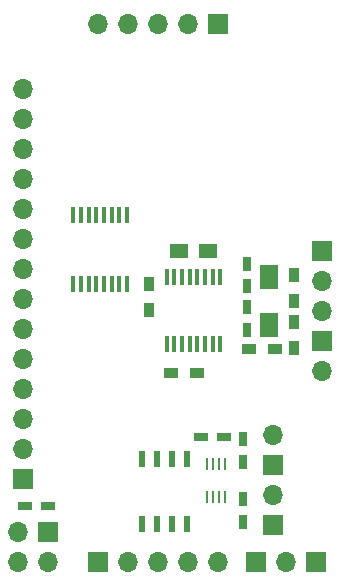
<source format=gts>
%TF.GenerationSoftware,KiCad,Pcbnew,(5.1.6-0-10_14)*%
%TF.CreationDate,2021-01-07T19:03:10+09:00*%
%TF.ProjectId,qPCR-photosensing,71504352-2d70-4686-9f74-6f73656e7369,rev?*%
%TF.SameCoordinates,Original*%
%TF.FileFunction,Soldermask,Top*%
%TF.FilePolarity,Negative*%
%FSLAX46Y46*%
G04 Gerber Fmt 4.6, Leading zero omitted, Abs format (unit mm)*
G04 Created by KiCad (PCBNEW (5.1.6-0-10_14)) date 2021-01-07 19:03:10*
%MOMM*%
%LPD*%
G01*
G04 APERTURE LIST*
%ADD10R,1.500000X1.250000*%
%ADD11R,0.750000X1.200000*%
%ADD12R,1.200000X0.750000*%
%ADD13O,1.700000X1.700000*%
%ADD14R,1.700000X1.700000*%
%ADD15R,0.900000X1.200000*%
%ADD16R,1.200000X0.900000*%
%ADD17R,0.355600X1.473200*%
%ADD18R,0.533400X1.460500*%
%ADD19R,0.270000X1.120000*%
%ADD20R,1.600000X2.000000*%
G04 APERTURE END LIST*
D10*
%TO.C,C1*%
X102450000Y-83700000D03*
X99950000Y-83700000D03*
%TD*%
D11*
%TO.C,C2*%
X105700000Y-84750000D03*
X105700000Y-86650000D03*
%TD*%
%TO.C,C3*%
X105700000Y-88450000D03*
X105700000Y-90350000D03*
%TD*%
%TO.C,C4*%
X105380000Y-99600000D03*
X105380000Y-101500000D03*
%TD*%
D12*
%TO.C,C5*%
X86950000Y-105300000D03*
X88850000Y-105300000D03*
%TD*%
D11*
%TO.C,C6*%
X105380000Y-106580000D03*
X105380000Y-104680000D03*
%TD*%
D12*
%TO.C,C7*%
X103780000Y-99390000D03*
X101880000Y-99390000D03*
%TD*%
D13*
%TO.C,J3*%
X103298000Y-110000000D03*
X100758000Y-110000000D03*
X98218000Y-110000000D03*
X95678000Y-110000000D03*
D14*
X93138000Y-110000000D03*
%TD*%
%TO.C,J4*%
X103298000Y-64440000D03*
D13*
X100758000Y-64440000D03*
X98218000Y-64440000D03*
X95678000Y-64440000D03*
X93138000Y-64440000D03*
%TD*%
D15*
%TO.C,R1*%
X97400000Y-88700000D03*
X97400000Y-86500000D03*
%TD*%
D16*
%TO.C,R2*%
X99300000Y-94000000D03*
X101500000Y-94000000D03*
%TD*%
D15*
%TO.C,R3*%
X109700000Y-85700000D03*
X109700000Y-87900000D03*
%TD*%
%TO.C,R4*%
X109700000Y-89700000D03*
X109700000Y-91900000D03*
%TD*%
D16*
%TO.C,R5*%
X108100000Y-92000000D03*
X105900000Y-92000000D03*
%TD*%
D17*
%TO.C,U1*%
X103474999Y-91519400D03*
X102824998Y-91519400D03*
X102174999Y-91519400D03*
X101524998Y-91519400D03*
X100874999Y-91519400D03*
X100225001Y-91519400D03*
X99574999Y-91519400D03*
X98925001Y-91519400D03*
X98925001Y-85880600D03*
X99575002Y-85880600D03*
X100225001Y-85880600D03*
X100875002Y-85880600D03*
X101525001Y-85880600D03*
X102174999Y-85880600D03*
X102825001Y-85880600D03*
X103474999Y-85880600D03*
%TD*%
%TO.C,U2*%
X95574999Y-86421000D03*
X94924998Y-86421000D03*
X94274999Y-86421000D03*
X93624998Y-86421000D03*
X92974999Y-86421000D03*
X92325001Y-86421000D03*
X91674999Y-86421000D03*
X91025001Y-86421000D03*
X91025001Y-80579000D03*
X91675002Y-80579000D03*
X92325001Y-80579000D03*
X92975002Y-80579000D03*
X93625001Y-80579000D03*
X94274999Y-80579000D03*
X94925001Y-80579000D03*
X95574999Y-80579000D03*
%TD*%
D18*
%TO.C,U3*%
X100625000Y-106754150D03*
X99355000Y-106754150D03*
X98085000Y-106754150D03*
X96815000Y-106754150D03*
X96815000Y-101305850D03*
X98085000Y-101305850D03*
X99355000Y-101305850D03*
X100625000Y-101305850D03*
%TD*%
D19*
%TO.C,U4*%
X103840000Y-104495000D03*
X103340000Y-104495000D03*
X102840000Y-104495000D03*
X102340000Y-104495000D03*
X102340000Y-101685000D03*
X102840000Y-101685000D03*
X103340000Y-101685000D03*
X103840000Y-101685000D03*
%TD*%
D20*
%TO.C,Y1*%
X107600000Y-89900000D03*
X107600000Y-85900000D03*
%TD*%
D13*
%TO.C,J1*%
X86730000Y-69980000D03*
X86730000Y-72520000D03*
X86730000Y-75060000D03*
X86730000Y-77600000D03*
X86730000Y-80140000D03*
X86730000Y-82680000D03*
X86730000Y-85220000D03*
X86730000Y-87760000D03*
X86730000Y-90300000D03*
X86730000Y-92840000D03*
X86730000Y-95380000D03*
X86730000Y-97920000D03*
X86730000Y-100460000D03*
D14*
X86730000Y-103000000D03*
%TD*%
D13*
%TO.C,JTHERM1*%
X109040000Y-110000000D03*
D14*
X111580000Y-110000000D03*
%TD*%
D13*
%TO.C,J6*%
X112100000Y-88780000D03*
X112100000Y-86240000D03*
D14*
X112100000Y-83700000D03*
%TD*%
%TO.C,J7*%
X112100000Y-91320000D03*
D13*
X112100000Y-93860000D03*
%TD*%
D14*
%TO.C,R6*%
X107930000Y-101820000D03*
D13*
X107930000Y-99280000D03*
%TD*%
%TO.C,R7*%
X107930000Y-104360000D03*
D14*
X107930000Y-106900000D03*
%TD*%
%TO.C,JGAIN1*%
X106500000Y-110000000D03*
%TD*%
D13*
%TO.C,JSPI1*%
X86360000Y-110000000D03*
X86360000Y-107460000D03*
X88900000Y-110000000D03*
D14*
X88900000Y-107460000D03*
%TD*%
M02*

</source>
